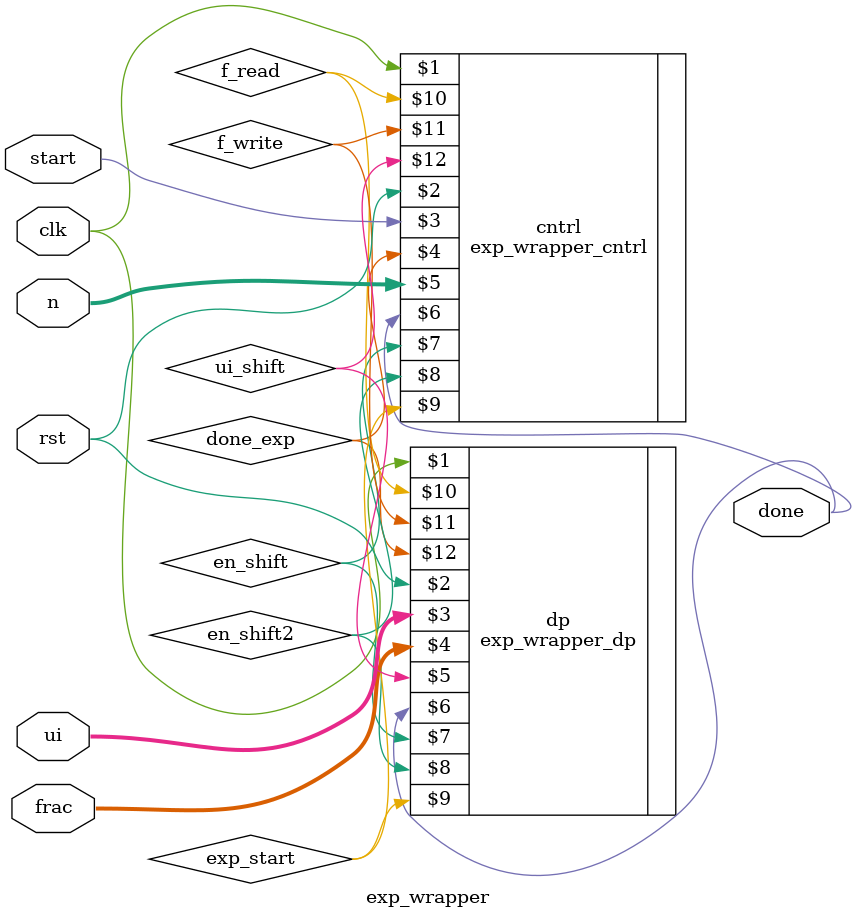
<source format=v>
`timescale 1ns/1ns 
module exp_wrapper(input clk, rst, start, input[15:0] frac, input[1:0] ui, input [3:0]n , output done);


wire  en_shift, en_shift2, exp_start, f_read, f_write, ui_shift;
wire done_exp;

exp_wrapper_dp dp(clk, rst, ui, frac,ui_shift, done, en_shift, en_shift2, exp_start, f_read, f_write, done_exp);

exp_wrapper_cntrl cntrl(clk, rst, start, done_exp, n, done, en_shift,en_shift2, exp_start , f_read, f_write,ui_shift);

endmodule

</source>
